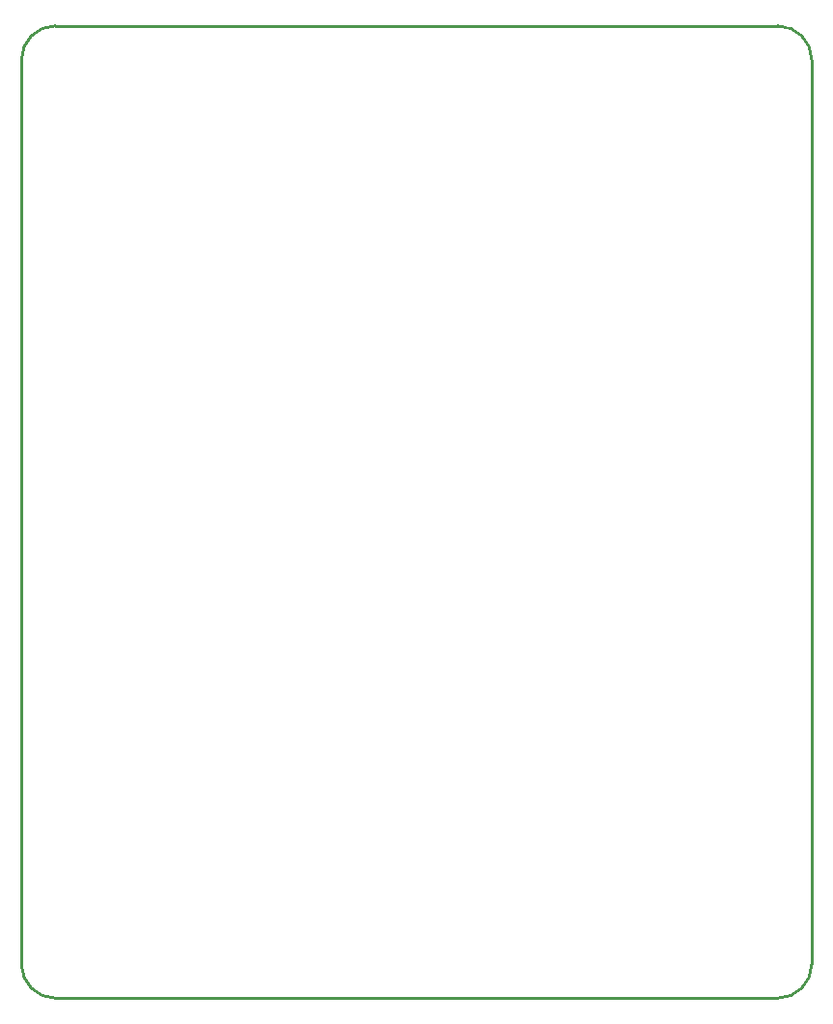
<source format=gko>
G04 Layer: BoardOutlineLayer*
G04 EasyEDA Pro v2.1.35.b8f67982.0908df, 2024-06-03 14:47:18*
G04 Gerber Generator version 0.3*
G04 Scale: 100 percent, Rotated: No, Reflected: No*
G04 Dimensions in millimeters*
G04 Leading zeros omitted, absolute positions, 3 integers and 3 decimals*
%FSLAX33Y33*%
%MOMM*%
%ADD10C,0.254*%
G75*


G04 Rect Start*
G54D10*
G01X13462Y-6937D02*
G01X13462Y-86154D01*
G03X16462Y-89154I3000J0D01*
G01X79804D01*
G03X82804Y-86154I0J3000D01*
G01Y-6937D01*
G03X79804Y-3937I-3000J0D01*
G01X16462D01*
G03X13462Y-6937I0J-3000D01*
G04 Rect End*

M02*

</source>
